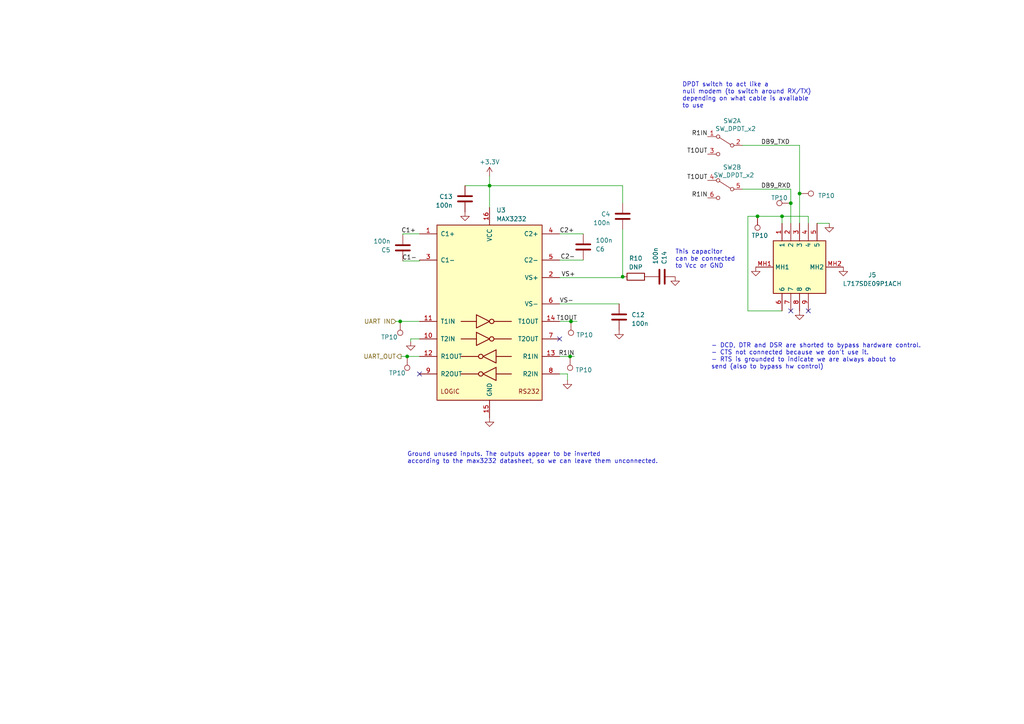
<source format=kicad_sch>
(kicad_sch (version 20230121) (generator eeschema)
  (paper "A4")
  (lib_symbols
    (symbol "Amphenol:L717SDE09P1ACH"
      (property "Reference" "J" (at 21.59 12.7 0))
      (property "Value" "L717SDE09P1ACH" (at 21.59 10.16 0))
      (symbol "L717SDE09P1ACH_1_1"
        (rectangle (start 5.08 7.62) (end 20.32 -7.62) (stroke (width 0.254)) (fill (type background)))
        (pin passive line (at 7.62 12.7 270) (length 5.08) (name "1") (number "1"))
        (pin passive line (at 10.16 12.7 270) (length 5.08) (name "2") (number "2"))
        (pin passive line (at 12.7 12.7 270) (length 5.08) (name "3") (number "3"))
        (pin passive line (at 15.24 12.7 270) (length 5.08) (name "4") (number "4"))
        (pin passive line (at 17.78 12.7 270) (length 5.08) (name "5") (number "5"))
        (pin passive line (at 7.62 -12.7 90) (length 5.08) (name "6") (number "6"))
        (pin passive line (at 10.16 -12.7 90) (length 5.08) (name "7") (number "7"))
        (pin passive line (at 12.7 -12.7 90) (length 5.08) (name "8") (number "8"))
        (pin passive line (at 15.24 -12.7 90) (length 5.08) (name "9") (number "9"))
        (pin passive line (at 0 0 0) (length 5.08) (name "MH1") (number "MH1"))
        (pin passive line (at 25.4 0 180) (length 5.08) (name "MH2") (number "MH2"))
      )
    )
    (symbol "Connector:TestPoint" (pin_numbers hide) (pin_names (offset 0.762) hide)
      (property "Reference" "TP" (at 0 6.858 0))
      (property "Value" "TestPoint" (at 0 5.08 0))
      (symbol "TestPoint_0_1"
        (circle (center 0 3.302) (radius 0.762))
      )
      (symbol "TestPoint_1_1"
        (pin passive line (at 0 0 90) (length 2.54) (name "1") (number "1"))
      )
    )
    (symbol "Device:C" (pin_numbers hide) (pin_names (offset 0.254))
      (property "Reference" "C" (at 0.635 2.54 0))
      (property "Value" "C" (at 0.635 -2.54 0))
      (symbol "C_0_1"
        (polyline (pts (xy -2.032 -0.762) (xy 2.032 -0.762)) (stroke (width 0.508)))
        (polyline (pts (xy -2.032 0.762) (xy 2.032 0.762)) (stroke (width 0.508)))
      )
      (symbol "C_1_1"
        (pin passive line (at 0 3.81 270) (length 2.794) (name "~") (number "1"))
        (pin passive line (at 0 -3.81 90) (length 2.794) (name "~") (number "2"))
      )
    )
    (symbol "Device:R" (pin_numbers hide) (pin_names (offset 0))
      (property "Reference" "R" (at 2.032 0 90))
      (property "Value" "R" (at 0 0 90))
      (symbol "R_0_1"
        (rectangle (start -1.016 -2.54) (end 1.016 2.54) (stroke (width 0.254)))
      )
      (symbol "R_1_1"
        (pin passive line (at 0 3.81 270) (length 1.27) (name "~") (number "1"))
        (pin passive line (at 0 -3.81 90) (length 1.27) (name "~") (number "2"))
      )
    )
    (symbol "Interface_UART:MAX3232" (pin_names (offset 1.016))
      (property "Reference" "U" (at -2.54 28.575 0))
      (property "Value" "MAX3232" (at -2.54 26.67 0))
      (symbol "MAX3232_0_0"
        (text "LOGIC" (at -11.43 -22.86 0) (effects (font (size 1.27 1.27))))
        (text "RS232" (at 11.43 -22.86 0) (effects (font (size 1.27 1.27))))
      )
      (symbol "MAX3232_0_1"
        (rectangle (start -15.24 -25.4) (end 15.24 25.4) (stroke (width 0.254)) (fill (type background)))
        (circle (center -2.54 -17.78) (radius 0.635) (stroke (width 0.254)))
        (circle (center -2.54 -12.7) (radius 0.635) (stroke (width 0.254)))
        (polyline (pts (xy -3.81 -7.62) (xy -8.255 -7.62)) (stroke (width 0.254)))
        (polyline (pts (xy -3.81 -2.54) (xy -8.255 -2.54)) (stroke (width 0.254)))
        (polyline (pts (xy -3.175 -17.78) (xy -8.255 -17.78)) (stroke (width 0.254)))
        (polyline (pts (xy -3.175 -12.7) (xy -8.255 -12.7)) (stroke (width 0.254)))
        (polyline (pts (xy 1.27 -7.62) (xy 6.35 -7.62)) (stroke (width 0.254)))
        (polyline (pts (xy 1.27 -2.54) (xy 6.35 -2.54)) (stroke (width 0.254)))
        (polyline (pts (xy 1.905 -17.78) (xy 6.35 -17.78)) (stroke (width 0.254)))
        (polyline (pts (xy 1.905 -12.7) (xy 6.35 -12.7)) (stroke (width 0.254)))
        (polyline (pts (xy -3.81 -5.715) (xy -3.81 -9.525) (xy 0 -7.62) (xy -3.81 -5.715)) (stroke (width 0.254)))
        (polyline (pts (xy -3.81 -0.635) (xy -3.81 -4.445) (xy 0 -2.54) (xy -3.81 -0.635)) (stroke (width 0.254)))
        (polyline (pts (xy 1.905 -15.875) (xy 1.905 -19.685) (xy -1.905 -17.78) (xy 1.905 -15.875)) (stroke (width 0.254)))
        (polyline (pts (xy 1.905 -10.795) (xy 1.905 -14.605) (xy -1.905 -12.7) (xy 1.905 -10.795)) (stroke (width 0.254)))
        (circle (center 0.635 -7.62) (radius 0.635) (stroke (width 0.254)))
        (circle (center 0.635 -2.54) (radius 0.635) (stroke (width 0.254)))
      )
      (symbol "MAX3232_1_1"
        (pin passive line (at -20.32 22.86 0) (length 5.08) (name "C1+") (number "1"))
        (pin input line (at -20.32 -7.62 0) (length 5.08) (name "T2IN") (number "10"))
        (pin input line (at -20.32 -2.54 0) (length 5.08) (name "T1IN") (number "11"))
        (pin output line (at -20.32 -12.7 0) (length 5.08) (name "R1OUT") (number "12"))
        (pin input line (at 20.32 -12.7 180) (length 5.08) (name "R1IN") (number "13"))
        (pin output line (at 20.32 -2.54 180) (length 5.08) (name "T1OUT") (number "14"))
        (pin power_in line (at 0 -30.48 90) (length 5.08) (name "GND") (number "15"))
        (pin power_in line (at 0 30.48 270) (length 5.08) (name "VCC") (number "16"))
        (pin power_out line (at 20.32 10.16 180) (length 5.08) (name "VS+") (number "2"))
        (pin passive line (at -20.32 15.24 0) (length 5.08) (name "C1-") (number "3"))
        (pin passive line (at 20.32 22.86 180) (length 5.08) (name "C2+") (number "4"))
        (pin passive line (at 20.32 15.24 180) (length 5.08) (name "C2-") (number "5"))
        (pin power_out line (at 20.32 2.54 180) (length 5.08) (name "VS-") (number "6"))
        (pin output line (at 20.32 -7.62 180) (length 5.08) (name "T2OUT") (number "7"))
        (pin input line (at 20.32 -17.78 180) (length 5.08) (name "R2IN") (number "8"))
        (pin output line (at -20.32 -17.78 0) (length 5.08) (name "R2OUT") (number "9"))
      )
    )
    (symbol "Switch:SW_DPDT_x2" (pin_names (offset 0) hide)
      (property "Reference" "SW" (at 0 4.318 0))
      (property "Value" "SW_DPDT_x2" (at 0 -5.08 0))
      (symbol "SW_DPDT_x2_0_0"
        (circle (center -2.032 0) (radius 0.508))
        (circle (center 2.032 -2.54) (radius 0.508))
      )
      (symbol "SW_DPDT_x2_0_1"
        (polyline (pts (xy -1.524 0.254) (xy 1.651 2.286)))
        (circle (center 2.032 2.54) (radius 0.508))
      )
      (symbol "SW_DPDT_x2_1_1"
        (pin passive line (at 5.08 2.54 180) (length 2.54) (name "A") (number "1"))
        (pin passive line (at -5.08 0 0) (length 2.54) (name "B") (number "2"))
        (pin passive line (at 5.08 -2.54 180) (length 2.54) (name "C") (number "3"))
      )
      (symbol "SW_DPDT_x2_2_1"
        (pin passive line (at 5.08 2.54 180) (length 2.54) (name "A") (number "4"))
        (pin passive line (at -5.08 0 0) (length 2.54) (name "B") (number "5"))
        (pin passive line (at 5.08 -2.54 180) (length 2.54) (name "C") (number "6"))
      )
    )
    (symbol "power:+3.3V" (power) (pin_names (offset 0))
      (property "Value" "+3.3V" (at 0 3.556 0))
      (symbol "+3.3V_0_1"
        (polyline (pts (xy -0.762 1.27) (xy 0 2.54)))
        (polyline (pts (xy 0 0) (xy 0 2.54)))
        (polyline (pts (xy 0 2.54) (xy 0.762 1.27)))
      )
      (symbol "+3.3V_1_1"
        (pin power_in line (at 0 0 90) (length 0) hide (name "+3.3V") (number "1"))
      )
    )
    (symbol "power:GND" (power) (pin_names (offset 0))
      (property "Value" "GND" (at 0 -3.81 0))
      (symbol "GND_0_1"
        (polyline (pts (xy 0 0) (xy 0 -1.27) (xy 1.27 -1.27) (xy 0 -2.54) (xy -1.27 -1.27) (xy 0 -1.27)))
      )
      (symbol "GND_1_1"
        (pin power_in line (at 0 0 270) (length 0) hide (name "GND") (number "1"))
      )
    )
  )
  (junction (at 141.986 53.848))
  (junction (at 165.608 93.218))
  (junction (at 116.078 93.218))
  (junction (at 229.362 58.928))
  (junction (at 226.822 62.738))
  (junction (at 180.594 80.264))
  (junction (at 165.354 103.378))
  (junction (at 231.902 56.134))
  (junction (at 118.11 103.378))
  (junction (at 219.71 62.738))
  (no_connect (at 234.442 90.17))
  (no_connect (at 229.362 90.17))
  (no_connect (at 121.666 108.458))
  (no_connect (at 162.306 98.298))
  (wire (pts (xy 165.608 93.218) (xy 167.386 93.218)))
  (wire (pts (xy 229.362 58.928) (xy 229.362 54.864)))
  (wire (pts (xy 229.362 54.864) (xy 215.392 54.864)))
  (wire (pts (xy 231.902 64.77) (xy 231.902 56.134)))
  (wire (pts (xy 121.666 75.692) (xy 116.84 75.692)))
  (wire (pts (xy 118.11 103.378) (xy 121.666 103.378)))
  (wire (pts (xy 134.874 53.848) (xy 141.986 53.848)))
  (wire (pts (xy 119.126 98.298) (xy 119.126 99.06)))
  (wire (pts (xy 216.916 90.17) (xy 216.916 62.738)))
  (wire (pts (xy 116.332 103.378) (xy 118.11 103.378)))
  (wire (pts (xy 114.808 93.218) (xy 116.078 93.218)))
  (wire (pts (xy 164.592 108.458) (xy 164.592 110.236)))
  (wire (pts (xy 162.306 75.438) (xy 169.164 75.438)))
  (wire (pts (xy 162.306 103.378) (xy 165.354 103.378)))
  (wire (pts (xy 226.822 64.77) (xy 226.822 62.738)))
  (wire (pts (xy 180.594 58.928) (xy 180.594 53.848)))
  (wire (pts (xy 116.84 67.818) (xy 121.666 67.818)))
  (wire (pts (xy 231.902 56.134) (xy 231.902 42.164)))
  (wire (pts (xy 121.666 75.438) (xy 121.666 75.692)))
  (wire (pts (xy 162.306 88.138) (xy 179.578 88.138)))
  (wire (pts (xy 162.306 108.458) (xy 164.592 108.458)))
  (wire (pts (xy 236.982 64.77) (xy 240.538 64.77)))
  (wire (pts (xy 162.306 93.218) (xy 165.608 93.218)))
  (wire (pts (xy 226.822 62.738) (xy 234.442 62.738)))
  (wire (pts (xy 219.71 62.738) (xy 226.822 62.738)))
  (wire (pts (xy 141.986 53.848) (xy 141.986 60.198)))
  (wire (pts (xy 165.354 103.378) (xy 166.624 103.378)))
  (wire (pts (xy 116.078 93.218) (xy 121.666 93.218)))
  (wire (pts (xy 119.126 98.298) (xy 121.666 98.298)))
  (wire (pts (xy 234.442 62.738) (xy 234.442 64.77)))
  (wire (pts (xy 226.822 90.17) (xy 216.916 90.17)))
  (wire (pts (xy 216.916 62.738) (xy 219.71 62.738)))
  (wire (pts (xy 180.594 80.518) (xy 180.594 80.264)))
  (wire (pts (xy 231.902 42.164) (xy 215.392 42.164)))
  (wire (pts (xy 180.594 80.264) (xy 180.594 66.548)))
  (wire (pts (xy 162.306 80.518) (xy 180.594 80.518)))
  (wire (pts (xy 162.306 67.818) (xy 169.164 67.818)))
  (wire (pts (xy 141.986 51.054) (xy 141.986 53.848)))
  (wire (pts (xy 141.986 53.848) (xy 180.594 53.848)))
  (wire (pts (xy 229.362 64.77) (xy 229.362 58.928)))
  (wire (pts (xy 116.84 67.818) (xy 116.84 68.072)))
  (text "- DCD, DTR and DSR are shorted to bypass hardware control.\n- CTS not connected because we don't use it.\n- RTS is grounded to indicate we are always about to\nsend (also to bypass hw control)" (at 206.248 107.188 0) (effects (font (size 1.27 1.27)) (justify left bottom)))
  (text "This capacitor\ncan be connected\nto Vcc or GND" (at 195.834 77.978 0) (effects (font (size 1.27 1.27)) (justify left bottom)))
  (text "Ground unused inputs. The outputs appear to be inverted\naccording to the max3232 datasheet, so we can leave them unconnected." (at 118.11 134.62 0) (effects (font (size 1.27 1.27)) (justify left bottom)))
  (text "DPDT switch to act like a\nnull modem (to switch around RX/TX)\ndepending on what cable is available \nto use" (at 197.866 31.496 0) (effects (font (size 1.27 1.27)) (justify left bottom)))
  (label "T1OUT" (at 205.232 52.324 180))
  (label "VS-" (at 162.306 88.138 0))
  (label "T1OUT" (at 205.232 44.704 180))
  (label "C1+" (at 120.65 67.818 180))
  (label "C1-" (at 120.904 75.692 180))
  (label "R1IN" (at 205.232 57.404 180))
  (label "T1OUT" (at 167.386 93.218 180))
  (label "DB9_RXD" (at 220.726 54.864 0))
  (label "C2-" (at 162.56 75.438 0))
  (label "C2+" (at 162.306 67.818 0))
  (label "VS+" (at 166.878 80.518 180))
  (label "R1IN" (at 205.232 39.624 180))
  (label "DB9_TXD" (at 220.726 42.164 0))
  (label "R1IN" (at 166.624 103.378 180))
  (hierarchical_label "UART IN" (shape input) (at 114.808 93.218 180))
  (hierarchical_label "UART_OUT" (shape output) (at 116.332 103.378 180))
  (symbol (lib_id "Device:R") (at 184.404 80.264 90) (unit 1)
    (property "Reference" "R10" (at 184.404 74.93 90))
    (property "Value" "DNP" (at 184.404 77.47 90))
    (property "Footprint" "Resistor_SMD:R_0402_1005Metric" (effects hide))
    (property "Population" "DNP" (effects hide))
  )
  (symbol (lib_id "power:GND") (at 141.986 121.158 0) (unit 1)
    (property "Reference" "#PWR024" (effects hide))
    (property "Value" "GND" (effects hide))
  )
  (symbol (lib_id "Connector:TestPoint") (at 219.71 62.738 180) (unit 1)
    (property "Reference" "TP10" (at 217.932 68.326 0) (effects (justify right)))
    (property "Value" "TestPoint" (effects hide))
    (property "Footprint" "TestPoint:TestPoint_Pad_D1.0mm" (effects hide))
    (instances (project "serial_snooper" (path "" (reference "TP10") (unit 1)) (path "" (reference "TP17") (unit 1))))
  )
  (symbol (lib_id "Device:C") (at 169.164 71.628 0) (mirror y) (unit 1)
    (property "Reference" "C6" (at 172.72 72.263 0) (effects (justify right)))
    (property "Value" "100n" (at 172.72 69.723 0) (effects (justify right)))
    (property "Footprint" "Capacitor_SMD:C_0402_1005Metric" (effects hide))
  )
  (symbol (lib_id "power:GND") (at 164.592 110.236 0) (unit 1)
    (property "Reference" "#PWR044" (effects hide))
    (property "Value" "GND" (effects hide))
  )
  (symbol (lib_id "Connector:TestPoint") (at 165.354 103.378 180) (unit 1)
    (property "Reference" "TP10" (at 166.878 107.315 0) (effects (justify right)))
    (property "Value" "TestPoint" (effects hide))
    (property "Footprint" "TestPoint:TestPoint_Pad_D1.0mm" (effects hide))
    (instances (project "serial_snooper" (path "" (reference "TP10") (unit 1)) (path "" (reference "TP14") (unit 1))))
  )
  (symbol (lib_id "power:+3.3V") (at 141.986 51.054 0) (unit 1)
    (property "Reference" "#PWR023" (effects hide))
    (property "Value" "+3.3V" (at 141.986 46.99 0))
  )
  (symbol (lib_id "Switch:SW_DPDT_x2") (at 210.312 54.864 0) (mirror y) (unit 2)
    (property "Reference" "SW2" (at 212.344 48.514 0))
    (property "Value" "SW_DPDT_x2" (at 212.852 50.8 0))
    (property "Footprint" "MyLibrary:DPDT-SMD-MS-22D28G2-B" (effects hide))
    (property "LCSC" "C2939266" (effects hide))
  )
  (symbol (lib_id "power:GND") (at 179.578 95.758 0) (unit 1)
    (property "Reference" "#PWR027" (effects hide))
    (property "Value" "GND" (effects hide))
  )
  (symbol (lib_id "power:GND") (at 134.874 61.468 0) (unit 1)
    (property "Reference" "#PWR028" (effects hide))
    (property "Value" "GND" (effects hide))
  )
  (symbol (lib_id "Connector:TestPoint") (at 229.362 58.928 90) (unit 1)
    (property "Reference" "TP10" (at 226.06 57.404 90))
    (property "Value" "TestPoint" (effects hide))
    (property "Footprint" "TestPoint:TestPoint_Pad_D1.0mm" (effects hide))
    (instances (project "serial_snooper" (path "" (reference "TP10") (unit 1)) (path "" (reference "TP12") (unit 1))))
  )
  (symbol (lib_id "power:GND") (at 119.126 99.06 0) (unit 1)
    (property "Reference" "#PWR045" (effects hide))
    (property "Value" "GND" (effects hide))
  )
  (symbol (lib_id "Connector:TestPoint") (at 231.902 56.134 270) (unit 1)
    (property "Reference" "TP10" (at 237.236 56.769 90) (effects (justify left)))
    (property "Value" "TestPoint" (effects hide))
    (property "Footprint" "TestPoint:TestPoint_Pad_D1.0mm" (effects hide))
    (instances (project "serial_snooper" (path "" (reference "TP10") (unit 1)) (path "" (reference "TP11") (unit 1))))
  )
  (symbol (lib_id "power:GND") (at 231.902 90.17 0) (unit 1)
    (property "Reference" "#PWR022" (effects hide))
    (property "Value" "GND" (effects hide))
  )
  (symbol (lib_id "power:GND") (at 240.538 64.77 0) (unit 1)
    (property "Reference" "#PWR031" (effects hide))
    (property "Value" "GND" (effects hide))
  )
  (symbol (lib_id "Device:C") (at 180.594 62.738 0) (mirror x) (unit 1)
    (property "Reference" "C4" (at 177.038 62.103 0) (effects (justify right)))
    (property "Value" "100n" (at 177.038 64.643 0) (effects (justify right)))
    (property "Footprint" "Capacitor_SMD:C_0402_1005Metric" (effects hide))
  )
  (symbol (lib_id "Connector:TestPoint") (at 165.608 93.218 180) (unit 1)
    (property "Reference" "TP10" (at 167.132 97.155 0) (effects (justify right)))
    (property "Value" "TestPoint" (effects hide))
    (property "Footprint" "TestPoint:TestPoint_Pad_D1.0mm" (effects hide))
    (instances (project "serial_snooper" (path "" (reference "TP10") (unit 1)) (path "" (reference "TP13") (unit 1))))
  )
  (symbol (lib_id "Amphenol:L717SDE09P1ACH") (at 219.202 77.47 0) (unit 1)
    (property "Reference" "J5" (at 252.984 79.756 0))
    (property "Value" "L717SDE09P1ACH" (at 252.984 82.296 0))
    (property "Footprint" "MyLibrary:L717SDE09P1ACH" (effects hide))
    (property "Datasheet" "https://cdn.amphenol-cs.com/media/wysiwyg/files/drawing/l717sdxxxp1ach.pdf" (effects hide))
    (property "Height" "12.93" (effects hide))
    (property "Mouser Part Number" "523-L717SDE09P1ACH" (effects hide))
    (property "Mouser Price/Stock" "https://www.mouser.co.uk/ProductDetail/Amphenol-Commercial-Products/L717SDE09P1ACH?qs=ToP8pWlZ0bM4QYgeUn06cg%3D%3D" (effects hide))
    (property "Manufacturer_Name" "Amphenol Communications Solutions" (effects hide))
    (property "Manufacturer_Part_Number" "L717SDE09P1ACH" (effects hide))
  )
  (symbol (lib_id "Connector:TestPoint") (at 116.078 93.218 180) (unit 1)
    (property "Reference" "TP10" (at 110.49 97.79 0) (effects (justify right)))
    (property "Value" "TestPoint" (effects hide))
    (property "Footprint" "TestPoint:TestPoint_Pad_D1.0mm" (effects hide))
    (instances (project "serial_snooper" (path "" (reference "TP10") (unit 1)) (path "" (reference "TP15") (unit 1))))
  )
  (symbol (lib_id "power:GND") (at 195.834 80.264 0) (unit 1)
    (property "Reference" "#PWR032" (effects hide))
    (property "Value" "GND" (effects hide))
  )
  (symbol (lib_id "Device:C") (at 134.874 57.658 0) (mirror x) (unit 1)
    (property "Reference" "C13" (at 131.318 57.023 0) (effects (justify right)))
    (property "Value" "100n" (at 131.318 59.563 0) (effects (justify right)))
    (property "Footprint" "Capacitor_SMD:C_0402_1005Metric" (effects hide))
  )
  (symbol (lib_id "Connector:TestPoint") (at 118.11 103.378 180) (unit 1)
    (property "Reference" "TP10" (at 112.776 108.204 0) (effects (justify right)))
    (property "Value" "TestPoint" (effects hide))
    (property "Footprint" "TestPoint:TestPoint_Pad_D1.0mm" (effects hide))
    (instances (project "serial_snooper" (path "" (reference "TP10") (unit 1)) (path "" (reference "TP16") (unit 1))))
  )
  (symbol (lib_id "Switch:SW_DPDT_x2") (at 210.312 42.164 0) (mirror y) (unit 1)
    (property "Reference" "SW2" (at 212.344 35.052 0))
    (property "Value" "SW_DPDT_x2" (at 213.36 37.338 0))
    (property "Footprint" "MyLibrary:DPDT-SMD-MS-22D28G2-B" (effects hide))
    (property "LCSC" "C2939266" (effects hide))
  )
  (symbol (lib_id "Device:C") (at 116.84 71.882 0) (unit 1)
    (property "Reference" "C5" (at 113.284 72.517 0) (effects (justify right)))
    (property "Value" "100n" (at 113.284 69.977 0) (effects (justify right)))
    (property "Footprint" "Capacitor_SMD:C_0402_1005Metric" (effects hide))
  )
  (symbol (lib_id "Device:C") (at 192.024 80.264 90) (mirror x) (unit 1)
    (property "Reference" "C14" (at 192.659 76.708 0) (effects (justify right)))
    (property "Value" "100n" (at 190.119 76.708 0) (effects (justify right)))
    (property "Footprint" "Capacitor_SMD:C_0402_1005Metric" (effects hide))
  )
  (symbol (lib_id "Device:C") (at 179.578 91.948 180) (unit 1)
    (property "Reference" "C12" (at 183.134 91.313 0) (effects (justify right)))
    (property "Value" "100n" (at 183.134 93.853 0) (effects (justify right)))
    (property "Footprint" "Capacitor_SMD:C_0402_1005Metric" (effects hide))
  )
  (symbol (lib_id "Interface_UART:MAX3232") (at 141.986 90.678 0) (unit 1)
    (property "Reference" "U3" (at 143.9419 60.96 0) (effects (justify left)))
    (property "Value" "MAX3232" (at 143.9419 63.5 0) (effects (justify left)))
    (property "Footprint" "Package_SO:SOIC-16_3.9x9.9mm_P1.27mm" (effects hide))
    (property "Datasheet" "https://datasheets.maximintegrated.com/en/ds/MAX3222-MAX3241.pdf" (effects hide))
    (property "LCSC" "C193666" (effects hide))
  )
  (symbol (lib_id "power:GND") (at 219.202 77.47 0) (unit 1)
    (property "Reference" "#PWR029" (effects hide))
    (property "Value" "GND" (effects hide))
  )
  (symbol (lib_id "power:GND") (at 244.602 77.47 0) (unit 1)
    (property "Reference" "#PWR030" (effects hide))
    (property "Value" "GND" (effects hide))
  )
)
</source>
